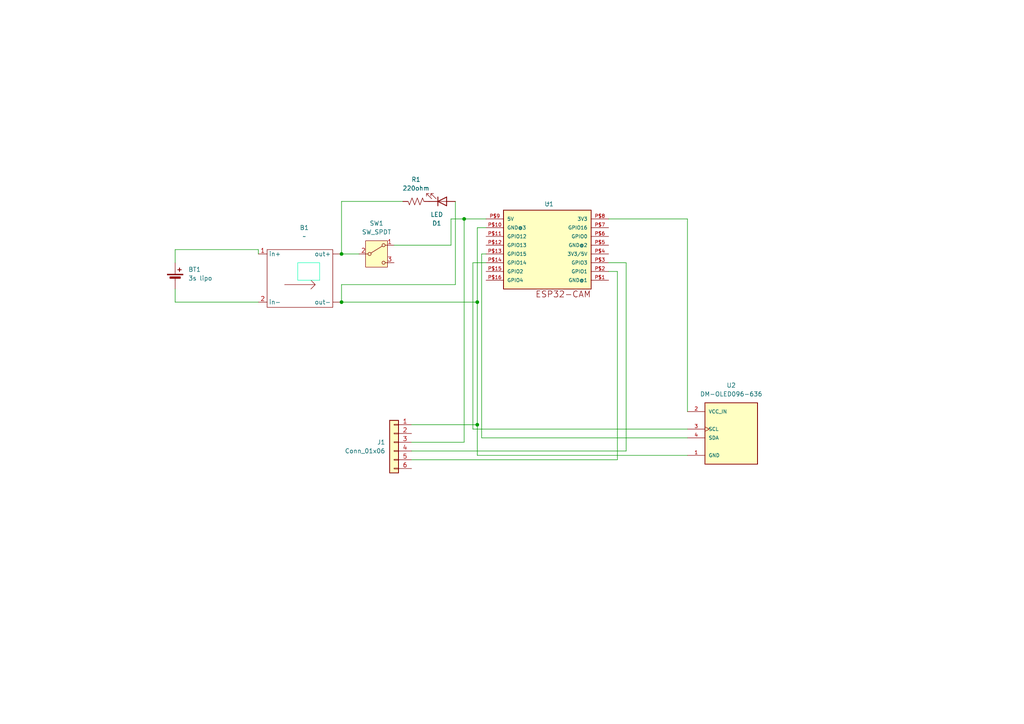
<source format=kicad_sch>
(kicad_sch (version 20250114) (generator "eeschema") (generator_version "9.0")
  (paper "A4")
  (lib_symbols
    (symbol "Connector_Generic:Conn_01x06" (pin_names (offset 1.016) (hide yes))
      (property "Reference" "J" (at 0 7.62 0))
      (property "Value" "Conn_01x06" (at 0 -10.16 0))
      (symbol "Conn_01x06_1_1"
        (rectangle (start -1.27 6.35) (end 1.27 -8.89) (stroke (width 0.254)) (fill (type background)))
        (rectangle (start -1.27 5.207) (end 0 4.953) (stroke (width 0.1524)))
        (rectangle (start -1.27 2.667) (end 0 2.413) (stroke (width 0.1524)))
        (rectangle (start -1.27 0.127) (end 0 -0.127) (stroke (width 0.1524)))
        (rectangle (start -1.27 -2.413) (end 0 -2.667) (stroke (width 0.1524)))
        (rectangle (start -1.27 -4.953) (end 0 -5.207) (stroke (width 0.1524)))
        (rectangle (start -1.27 -7.493) (end 0 -7.747) (stroke (width 0.1524)))
        (pin passive line (at -5.08 5.08 0) (length 3.81) (name "Pin_1") (number "1"))
        (pin passive line (at -5.08 2.54 0) (length 3.81) (name "Pin_2") (number "2"))
        (pin passive line (at -5.08 0 0) (length 3.81) (name "Pin_3") (number "3"))
        (pin passive line (at -5.08 -2.54 0) (length 3.81) (name "Pin_4") (number "4"))
        (pin passive line (at -5.08 -5.08 0) (length 3.81) (name "Pin_5") (number "5"))
        (pin passive line (at -5.08 -7.62 0) (length 3.81) (name "Pin_6") (number "6"))
      )
    )
    (symbol "DM-OLED096-636:DM-OLED096-636" (pin_names (offset 1.016))
      (property "Reference" "U" (at -7.62 10.922 0))
      (property "Value" "DM-OLED096-636" (at -7.62 -10.16 0))
      (symbol "DM-OLED096-636_0_0"
        (rectangle (start -7.62 -7.62) (end 7.62 10.16) (stroke (width 0.254)) (fill (type background)))
        (pin power_in line (at 12.7 7.62 180) (length 5.08) (name "VCC_IN") (number "2"))
        (pin input clock (at 12.7 2.54 180) (length 5.08) (name "SCL") (number "3"))
        (pin bidirectional line (at 12.7 0 180) (length 5.08) (name "SDA") (number "4"))
        (pin power_in line (at 12.7 -5.08 180) (length 5.08) (name "GND") (number "1"))
      )
    )
    (symbol "Device:Battery_Cell" (pin_numbers (hide yes)) (pin_names (offset 0) (hide yes))
      (property "Reference" "BT" (at 2.54 2.54 0))
      (property "Value" "Battery_Cell" (at 2.54 0 0))
      (symbol "Battery_Cell_0_1"
        (rectangle (start -2.286 1.778) (end 2.286 1.524) (fill (type outline)))
        (rectangle (start -1.524 1.016) (end 1.524 0.508) (fill (type outline)))
        (polyline (pts (xy 0 1.778) (xy 0 2.54)))
        (polyline (pts (xy 0 0.762) (xy 0 0)))
        (polyline (pts (xy 0.762 3.048) (xy 1.778 3.048)) (stroke (width 0.254)))
        (polyline (pts (xy 1.27 3.556) (xy 1.27 2.54)) (stroke (width 0.254)))
      )
      (symbol "Battery_Cell_1_1"
        (pin passive line (at 0 5.08 270) (length 2.54) (name "+") (number "1"))
        (pin passive line (at 0 -2.54 90) (length 2.54) (name "-") (number "2"))
      )
    )
    (symbol "Device:LED" (pin_numbers (hide yes)) (pin_names (offset 1.016) (hide yes))
      (property "Reference" "D" (at 0 2.54 0))
      (property "Value" "LED" (at 0 -2.54 0))
      (symbol "LED_0_1"
        (polyline (pts (xy -3.048 -0.762) (xy -4.572 -2.286) (xy -3.81 -2.286) (xy -4.572 -2.286) (xy -4.572 -1.524)))
        (polyline (pts (xy -1.778 -0.762) (xy -3.302 -2.286) (xy -2.54 -2.286) (xy -3.302 -2.286) (xy -3.302 -1.524)))
        (polyline (pts (xy -1.27 0) (xy 1.27 0)))
        (polyline (pts (xy -1.27 -1.27) (xy -1.27 1.27)) (stroke (width 0.254)))
        (polyline (pts (xy 1.27 -1.27) (xy 1.27 1.27) (xy -1.27 0) (xy 1.27 -1.27)) (stroke (width 0.254)))
      )
      (symbol "LED_1_1"
        (pin passive line (at -3.81 0 0) (length 2.54) (name "K") (number "1"))
        (pin passive line (at 3.81 0 180) (length 2.54) (name "A") (number "2"))
      )
    )
    (symbol "Device:R_US" (pin_numbers (hide yes)) (pin_names (offset 0))
      (property "Reference" "R" (at 2.54 0 90))
      (property "Value" "R_US" (at -2.54 0 90))
      (symbol "R_US_0_1"
        (polyline (pts (xy 0 2.286) (xy 0 2.54)))
        (polyline (pts (xy 0 2.286) (xy 1.016 1.905) (xy 0 1.524) (xy -1.016 1.143) (xy 0 0.762)))
        (polyline (pts (xy 0 0.762) (xy 1.016 0.381) (xy 0 0) (xy -1.016 -0.381) (xy 0 -0.762)))
        (polyline (pts (xy 0 -0.762) (xy 1.016 -1.143) (xy 0 -1.524) (xy -1.016 -1.905) (xy 0 -2.286)))
        (polyline (pts (xy 0 -2.286) (xy 0 -2.54)))
      )
      (symbol "R_US_1_1"
        (pin passive line (at 0 3.81 270) (length 1.27) (name "~") (number "1"))
        (pin passive line (at 0 -3.81 90) (length 1.27) (name "~") (number "2"))
      )
    )
    (symbol "ESP32-CAM:ESP32-CAM" (pin_names (offset 1.016))
      (property "Reference" "U" (at 0 0 0))
      (property "Value" "ESP32-CAM" (at 0 0 0))
      (symbol "ESP32-CAM_0_0"
        (rectangle (start -12.7 -10.16) (end 12.7 12.7) (stroke (width 0.254)) (fill (type background)))
        (text "ESP32-CAM" (at -12.7 15.24 0) (effects (font (size 1.778 1.778)) (justify left bottom)))
        (pin bidirectional line (at -17.78 10.16 0) (length 5.08) (name "GND@1") (number "P$1"))
        (pin bidirectional line (at -17.78 7.62 0) (length 5.08) (name "GPIO1") (number "P$2"))
        (pin bidirectional line (at -17.78 5.08 0) (length 5.08) (name "GPIO3") (number "P$3"))
        (pin bidirectional line (at -17.78 2.54 0) (length 5.08) (name "3V3/5V") (number "P$4"))
        (pin bidirectional line (at -17.78 0 0) (length 5.08) (name "GND@2") (number "P$5"))
        (pin bidirectional line (at -17.78 -2.54 0) (length 5.08) (name "GPIO0") (number "P$6"))
        (pin bidirectional line (at -17.78 -5.08 0) (length 5.08) (name "GPIO16") (number "P$7"))
        (pin bidirectional line (at -17.78 -7.62 0) (length 5.08) (name "3V3") (number "P$8"))
        (pin bidirectional line (at 17.78 10.16 180) (length 5.08) (name "GPIO4") (number "P$16"))
        (pin bidirectional line (at 17.78 7.62 180) (length 5.08) (name "GPIO2") (number "P$15"))
        (pin bidirectional line (at 17.78 5.08 180) (length 5.08) (name "GPIO14") (number "P$14"))
        (pin bidirectional line (at 17.78 2.54 180) (length 5.08) (name "GPIO15") (number "P$13"))
        (pin bidirectional line (at 17.78 0 180) (length 5.08) (name "GPIO13") (number "P$12"))
        (pin bidirectional line (at 17.78 -2.54 180) (length 5.08) (name "GPIO12") (number "P$11"))
        (pin bidirectional line (at 17.78 -5.08 180) (length 5.08) (name "GND@3") (number "P$10"))
        (pin bidirectional line (at 17.78 -7.62 180) (length 5.08) (name "5V") (number "P$9"))
      )
    )
    (symbol "Switch:SW_SPDT" (pin_names (offset 0) (hide yes))
      (property "Reference" "SW" (at 0 5.08 0))
      (property "Value" "SW_SPDT" (at 0 -5.08 0))
      (symbol "SW_SPDT_0_1"
        (circle (center -2.032 0) (radius 0.4572))
        (polyline (pts (xy -1.651 0.254) (xy 1.651 2.286)))
        (circle (center 2.032 2.54) (radius 0.4572))
        (circle (center 2.032 -2.54) (radius 0.4572))
      )
      (symbol "SW_SPDT_1_1"
        (rectangle (start -3.175 3.81) (end 3.175 -3.81) (fill (type background)))
        (pin passive line (at -5.08 0 0) (length 2.54) (name "B") (number "2"))
        (pin passive line (at 5.08 2.54 180) (length 2.54) (name "A") (number "1"))
        (pin passive line (at 5.08 -2.54 180) (length 2.54) (name "C") (number "3"))
      )
    )
    (symbol "mp1584:mp1584"
      (property "Reference" "B" (at 1.778 0 0))
      (symbol "mp1584_0_1"
        (rectangle (start -7.62 -1.27) (end 11.43 -18.034))
        (rectangle (start 7.62 -10.16) (end 7.62 -10.16))
      )
      (symbol "mp1584_1_1"
        (polyline (pts (xy -2.54 -11.43) (xy 6.35 -11.43) (xy 5.08 -10.16) (xy 6.35 -11.43) (xy 5.08 -12.7) (xy 6.35 -11.43)))
        (polyline (pts (xy 0 0) (xy 0 0)))
        (rectangle (start 1.27 -5.08) (end 7.62 -10.16) (stroke (width 0) (color 27 255 181 1)))
        (rectangle (start 13.97 -2.54) (end 13.97 -2.54))
        (pin input line (at -10.16 -2.54 0) (length 2.54) (name "in+") (number "1"))
        (pin input line (at -10.16 -16.51 0) (length 2.54) (name "in-") (number "2"))
        (pin output line (at 13.97 -2.54 180) (length 2.54) (name "out+") (number ""))
        (pin output line (at 13.97 -16.51 180) (length 2.54) (name "out-") (number ""))
      )
    )
  )
  (junction (at 138.43 87.63))
  (junction (at 99.06 87.63))
  (junction (at 99.06 73.66))
  (junction (at 138.43 123.19))
  (junction (at 134.62 63.5))
  (wire (pts (xy 199.39 63.5) (xy 176.53 63.5)))
  (wire (pts (xy 137.16 76.2) (xy 140.97 76.2)))
  (wire (pts (xy 50.8 72.39) (xy 74.93 72.39)))
  (wire (pts (xy 130.81 63.5) (xy 134.62 63.5)))
  (wire (pts (xy 74.93 72.39) (xy 74.93 73.66)))
  (wire (pts (xy 116.84 58.42) (xy 99.06 58.42)))
  (wire (pts (xy 130.81 71.12) (xy 130.81 63.5)))
  (wire (pts (xy 119.38 123.19) (xy 138.43 123.19)))
  (wire (pts (xy 119.38 133.35) (xy 179.07 133.35)))
  (wire (pts (xy 119.38 128.27) (xy 134.62 128.27)))
  (wire (pts (xy 99.06 82.55) (xy 99.06 87.63)))
  (wire (pts (xy 99.06 87.63) (xy 138.43 87.63)))
  (wire (pts (xy 139.7 127) (xy 139.7 73.66)))
  (wire (pts (xy 134.62 63.5) (xy 134.62 128.27)))
  (wire (pts (xy 199.39 119.38) (xy 199.39 63.5)))
  (wire (pts (xy 138.43 87.63) (xy 138.43 123.19)))
  (wire (pts (xy 199.39 124.46) (xy 137.16 124.46)))
  (wire (pts (xy 139.7 73.66) (xy 140.97 73.66)))
  (wire (pts (xy 132.08 58.42) (xy 132.08 82.55)))
  (wire (pts (xy 199.39 127) (xy 139.7 127)))
  (wire (pts (xy 50.8 83.82) (xy 50.8 87.63)))
  (wire (pts (xy 181.61 76.2) (xy 176.53 76.2)))
  (wire (pts (xy 50.8 76.2) (xy 50.8 72.39)))
  (wire (pts (xy 114.3 71.12) (xy 130.81 71.12)))
  (wire (pts (xy 119.38 130.81) (xy 181.61 130.81)))
  (wire (pts (xy 132.08 82.55) (xy 99.06 82.55)))
  (wire (pts (xy 99.06 73.66) (xy 104.14 73.66)))
  (wire (pts (xy 134.62 63.5) (xy 140.97 63.5)))
  (wire (pts (xy 199.39 132.08) (xy 138.43 132.08)))
  (wire (pts (xy 137.16 124.46) (xy 137.16 76.2)))
  (wire (pts (xy 176.53 78.74) (xy 179.07 78.74)))
  (wire (pts (xy 181.61 76.2) (xy 181.61 130.81)))
  (wire (pts (xy 138.43 66.04) (xy 140.97 66.04)))
  (wire (pts (xy 179.07 133.35) (xy 179.07 78.74)))
  (wire (pts (xy 138.43 123.19) (xy 138.43 132.08)))
  (wire (pts (xy 50.8 87.63) (xy 74.93 87.63)))
  (wire (pts (xy 138.43 87.63) (xy 138.43 66.04)))
  (wire (pts (xy 99.06 58.42) (xy 99.06 73.66)))
  (symbol (lib_id "Device:Battery_Cell") (at 50.8 81.28 0) (unit 1)
    (property "Reference" "BT1" (at 54.61 78.1684 0) (effects (justify left)))
    (property "Value" "3s lipo" (at 54.61 80.7084 0) (effects (justify left)))
    (property "Footprint" "Connector_AMASS:AMASS_XT30U-F_1x02_P5.0mm_Vertical" (effects (hide yes)))
    (property "Description" "Single-cell battery" (effects (hide yes)))
  )
  (symbol (lib_id "mp1584:mp1584") (at 85.09 71.12 0) (unit 1)
    (property "Reference" "B1" (at 88.265 66.04 0))
    (property "Value" "~" (at 88.265 68.58 0))
    (property "Footprint" "Connector_PinHeader_2.54mm:PinHeader_2x02_P2.54mm_Vertical" (effects (hide yes)))
  )
  (symbol (lib_id "Switch:SW_SPDT") (at 109.22 73.66 0) (unit 1)
    (property "Reference" "SW1" (at 109.22 64.77 0))
    (property "Value" "SW_SPDT" (at 109.22 67.31 0))
    (property "Footprint" "Button_Switch_SMD:SW_SPDT_CK_JS102011SAQN" (effects (hide yes)))
    (property "Description" "Switch, single pole double throw" (effects (hide yes)))
  )
  (symbol (lib_id "Device:LED") (at 128.27 58.42 0) (mirror x) (unit 1)
    (property "Reference" "D1" (at 126.6825 64.77 0))
    (property "Value" "LED" (at 126.6825 62.23 0))
    (property "Footprint" "LED_THT:LED_D5.0mm" (effects (hide yes)))
    (property "Description" "Light emitting diode" (effects (hide yes)))
    (property "Sim.Pins" "1=K 2=A" (effects (hide yes)))
  )
  (symbol (lib_id "Connector_Generic:Conn_01x06") (at 114.3 128.27 0) (mirror y) (unit 1)
    (property "Reference" "J1" (at 111.76 128.2699 0) (effects (justify left)))
    (property "Value" "Conn_01x06" (at 111.76 130.8099 0) (effects (justify left)))
    (property "Footprint" "Connector_PinHeader_2.54mm:PinHeader_1x06_P2.54mm_Vertical" (effects (hide yes)))
    (property "Description" "Generic connector, single row, 01x06, script generated (kicad-library-utils/schlib/autogen/connector/)" (effects (hide yes)))
  )
  (symbol (lib_id "DM-OLED096-636:DM-OLED096-636") (at 212.09 127 0) (mirror y) (unit 1)
    (property "Reference" "U2" (at 212.09 111.76 0))
    (property "Value" "DM-OLED096-636" (at 212.09 114.3 0))
    (property "Footprint" "DM-OLED096-636:MODULE_DM-OLED096-636" (effects (hide yes)))
    (property "MF" "Display Module" (effects (hide yes)))
    (property "MAXIMUM_PACKAGE_HEIGHT" "11.3 mm" (effects (hide yes)))
    (property "Package" "Package" (effects (hide yes)))
    (property "Price" "None" (effects (hide yes)))
    (property "Check_prices" "https://www.snapeda.com/parts/DM-OLED096-636/Display+Module/view-part/?ref=eda" (effects (hide yes)))
    (property "STANDARD" "Manufacturer Recommendations" (effects (hide yes)))
    (property "PARTREV" "2018-09-10" (effects (hide yes)))
    (property "SnapEDA_Link" "https://www.snapeda.com/parts/DM-OLED096-636/Display+Module/view-part/?ref=snap" (effects (hide yes)))
    (property "MP" "DM-OLED096-636" (effects (hide yes)))
    (property "Description_1" "0.96” 128 X 64 MONOCHROME GRAPHIC OLED DISPLAY MODULE - I2C" (effects (hide yes)))
    (property "Availability" "Not in stock" (effects (hide yes)))
    (property "MANUFACTURER" "Displaymodule" (effects (hide yes)))
  )
  (symbol (lib_id "Device:R_US") (at 120.65 58.42 270) (mirror x) (unit 1)
    (property "Reference" "R1" (at 120.65 52.07 90))
    (property "Value" "220ohm" (at 120.65 54.61 90))
    (property "Footprint" "Resistor_THT:R_Axial_DIN0204_L3.6mm_D1.6mm_P7.62mm_Horizontal" (effects (hide yes)))
    (property "Description" "Resistor, US symbol" (effects (hide yes)))
  )
  (symbol (lib_id "ESP32-CAM:ESP32-CAM") (at 158.75 71.12 180) (unit 1)
    (property "Reference" "U1" (at 159.258 59.182 0))
    (property "Value" "~" (at 159.004 58.928 0))
    (property "Footprint" "ESP32-CAM1:ESP32-CAM" (effects (hide yes)))
    (property "MF" "AI-Thinker" (effects (hide yes)))
    (property "Description_1" "ESP32 ESP32 Transceiver; 802.11 a/b/g/n (Wi-Fi, WiFi, WLAN), Bluetooth® Smart 4.x Low Energy (BLE) Evaluation Board" (effects (hide yes)))
    (property "Package" "None" (effects (hide yes)))
    (property "Price" "None" (effects (hide yes)))
    (property "SnapEDA_Link" "https://www.snapeda.com/parts/ESP32-CAM/AI-Thinker/view-part/?ref=snap" (effects (hide yes)))
    (property "MP" "ESP32-CAM" (effects (hide yes)))
    (property "Availability" "Not in stock" (effects (hide yes)))
    (property "Check_prices" "https://www.snapeda.com/parts/ESP32-CAM/AI-Thinker/view-part/?ref=eda" (effects (hide yes)))
  )
)
</source>
